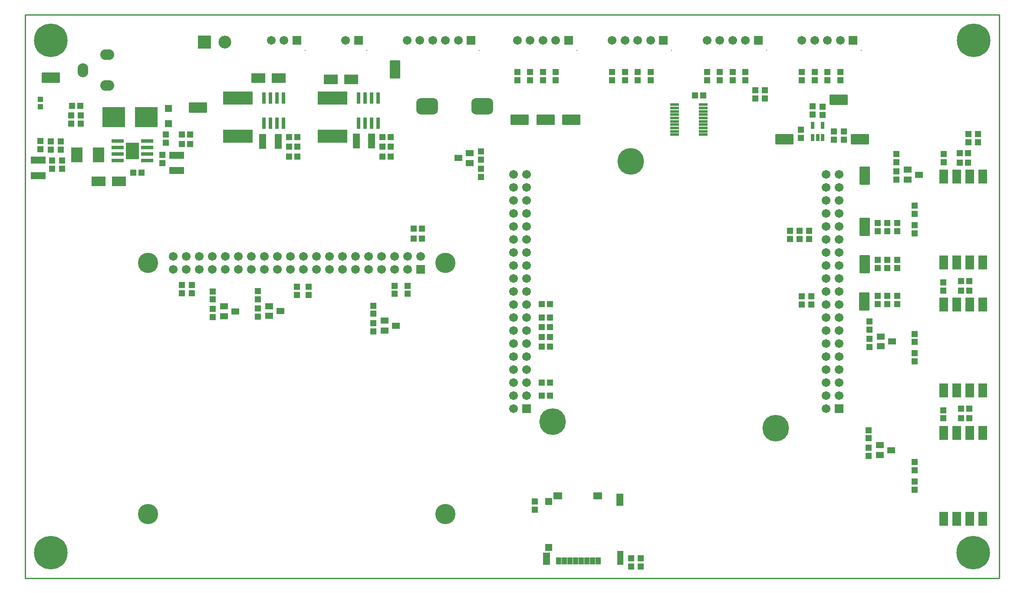
<source format=gts>
G04*
G04 #@! TF.GenerationSoftware,Altium Limited,Altium Designer,18.1.11 (251)*
G04*
G04 Layer_Color=8388736*
%FSLAX25Y25*%
%MOIN*%
G70*
G01*
G75*
%ADD11C,0.01000*%
G04:AMPARAMS|DCode=46|XSize=143.04mil|YSize=78.08mil|CornerRadius=7.5mil|HoleSize=0mil|Usage=FLASHONLY|Rotation=0.000|XOffset=0mil|YOffset=0mil|HoleType=Round|Shape=RoundedRectangle|*
%AMROUNDEDRECTD46*
21,1,0.14304,0.06307,0,0,0.0*
21,1,0.12803,0.07808,0,0,0.0*
1,1,0.01501,0.06402,-0.03154*
1,1,0.01501,-0.06402,-0.03154*
1,1,0.01501,-0.06402,0.03154*
1,1,0.01501,0.06402,0.03154*
%
%ADD46ROUNDEDRECTD46*%
%ADD47R,0.03950X0.03950*%
%ADD48R,0.04737X0.04540*%
%ADD49R,0.11430X0.05328*%
%ADD50R,0.04540X0.04737*%
%ADD51R,0.10642X0.07493*%
%ADD52R,0.05524X0.05524*%
%ADD53R,0.17493X0.15800*%
%ADD54R,0.09461X0.02769*%
%ADD55R,0.10249X0.13005*%
%ADD56R,0.05328X0.09461*%
%ADD57R,0.03950X0.05682*%
%ADD58R,0.05367X0.05721*%
%ADD59R,0.05367X0.05524*%
%ADD60R,0.06706X0.05328*%
%ADD61R,0.04540X0.10642*%
%ADD62R,0.03162X0.05524*%
G04:AMPARAMS|DCode=63|XSize=165.48mil|YSize=126.11mil|CornerRadius=33.53mil|HoleSize=0mil|Usage=FLASHONLY|Rotation=180.000|XOffset=0mil|YOffset=0mil|HoleType=Round|Shape=RoundedRectangle|*
%AMROUNDEDRECTD63*
21,1,0.16548,0.05906,0,0,180.0*
21,1,0.09843,0.12611,0,0,180.0*
1,1,0.06706,-0.04921,0.02953*
1,1,0.06706,0.04921,0.02953*
1,1,0.06706,0.04921,-0.02953*
1,1,0.06706,-0.04921,-0.02953*
%
%ADD63ROUNDEDRECTD63*%
%ADD64R,0.06312X0.04737*%
%ADD65R,0.07099X0.01981*%
G04:AMPARAMS|DCode=66|XSize=143.04mil|YSize=78.08mil|CornerRadius=7.5mil|HoleSize=0mil|Usage=FLASHONLY|Rotation=90.000|XOffset=0mil|YOffset=0mil|HoleType=Round|Shape=RoundedRectangle|*
%AMROUNDEDRECTD66*
21,1,0.14304,0.06307,0,0,90.0*
21,1,0.12803,0.07808,0,0,90.0*
1,1,0.01501,0.03154,0.06402*
1,1,0.01501,0.03154,-0.06402*
1,1,0.01501,-0.03154,-0.06402*
1,1,0.01501,-0.03154,0.06402*
%
%ADD66ROUNDEDRECTD66*%
%ADD67R,0.05328X0.11430*%
%ADD68R,0.22847X0.09855*%
%ADD69R,0.06863X0.10800*%
%ADD70R,0.03000X0.08600*%
%ADD71R,0.08674X0.11824*%
%ADD72C,0.06706*%
%ADD73R,0.06706X0.06706*%
%ADD74C,0.20485*%
%ADD75R,0.06706X0.06706*%
%ADD76C,0.15564*%
%ADD77R,0.00800X0.00800*%
%ADD78R,0.09855X0.09855*%
%ADD79C,0.09855*%
%ADD80O,0.10642X0.08280*%
%ADD81O,0.08280X0.10642*%
%ADD82C,0.25800*%
%ADD83C,0.03000*%
D11*
X0Y0D02*
X748032D01*
X0D02*
Y433071D01*
X748032D01*
X748032Y0D01*
D46*
X19685Y384646D02*
D03*
X132677Y361515D02*
D03*
X640945Y337402D02*
D03*
X583071Y337402D02*
D03*
X419291Y352362D02*
D03*
X399606D02*
D03*
X379921D02*
D03*
X624803Y367717D02*
D03*
D47*
X11812Y362205D02*
D03*
X11811Y368111D02*
D03*
D48*
Y335827D02*
D03*
X11812Y329527D02*
D03*
X28346Y320866D02*
D03*
X28347Y314567D02*
D03*
X20866Y320866D02*
D03*
X20867Y314567D02*
D03*
X42913Y355610D02*
D03*
X42914Y349311D02*
D03*
X35433Y355610D02*
D03*
X35434Y349311D02*
D03*
X27460Y335531D02*
D03*
X27460Y329232D02*
D03*
X19685Y329232D02*
D03*
X19684Y335532D02*
D03*
X105512Y325197D02*
D03*
X105512Y318897D02*
D03*
X560630Y375000D02*
D03*
X560630Y368701D02*
D03*
X568110Y375000D02*
D03*
X568111Y368701D02*
D03*
X391339Y59055D02*
D03*
X391339Y52756D02*
D03*
X217717Y224016D02*
D03*
X217717Y217716D02*
D03*
X208661Y217717D02*
D03*
X208661Y224016D02*
D03*
X127953Y225197D02*
D03*
X127953Y218897D02*
D03*
X120472Y218898D02*
D03*
X120472Y225197D02*
D03*
X596457Y389008D02*
D03*
X596457Y382708D02*
D03*
X523622Y388976D02*
D03*
X523623Y382677D02*
D03*
X450787Y388976D02*
D03*
X450788Y382677D02*
D03*
X377953Y388976D02*
D03*
X377953Y382677D02*
D03*
X683071Y89370D02*
D03*
X683072Y83070D02*
D03*
X683071Y68110D02*
D03*
X683070Y74410D02*
D03*
X683071Y187795D02*
D03*
X683072Y181496D02*
D03*
X683071Y166535D02*
D03*
X683070Y172835D02*
D03*
X683071Y264961D02*
D03*
X683070Y271260D02*
D03*
X683071Y286221D02*
D03*
X683072Y279921D02*
D03*
X604724Y356299D02*
D03*
X604724Y362599D02*
D03*
X595669Y338189D02*
D03*
X595669Y344489D02*
D03*
X612598Y355906D02*
D03*
X612598Y362205D02*
D03*
X628740Y343307D02*
D03*
X628740Y337008D02*
D03*
X621260Y337008D02*
D03*
X621259Y343307D02*
D03*
X472835Y9055D02*
D03*
X472834Y15355D02*
D03*
X465354Y9055D02*
D03*
X465354Y15355D02*
D03*
X603938Y210236D02*
D03*
X603937Y216535D02*
D03*
X596457Y210236D02*
D03*
X596456Y216536D02*
D03*
X350000Y314567D02*
D03*
X350001Y308267D02*
D03*
X350000Y327953D02*
D03*
X350001Y321653D02*
D03*
X533465Y388976D02*
D03*
X533465Y382677D02*
D03*
X543307Y388976D02*
D03*
X543308Y382677D02*
D03*
X553150Y388976D02*
D03*
X553150Y382677D02*
D03*
X470472Y388976D02*
D03*
X470473Y382677D02*
D03*
X460630Y388976D02*
D03*
X460631Y382677D02*
D03*
X480315Y388976D02*
D03*
X480316Y382677D02*
D03*
X625984Y389008D02*
D03*
X625985Y382708D02*
D03*
X616142Y389008D02*
D03*
X616142Y382708D02*
D03*
X606299Y388976D02*
D03*
X606300Y382677D02*
D03*
X397638Y388976D02*
D03*
X397638Y382677D02*
D03*
X407480Y388976D02*
D03*
X407481Y382677D02*
D03*
X387795Y388976D02*
D03*
X387796Y382677D02*
D03*
X178740Y220598D02*
D03*
X178741Y214299D02*
D03*
X178740Y200913D02*
D03*
X178740Y207213D02*
D03*
X647638Y113779D02*
D03*
X647638Y107480D02*
D03*
X647638Y94095D02*
D03*
X647637Y100394D02*
D03*
X144095Y220472D02*
D03*
X144095Y214173D02*
D03*
X283858Y224803D02*
D03*
X283858Y218504D02*
D03*
X293661Y224803D02*
D03*
X293661Y218504D02*
D03*
X267323Y209449D02*
D03*
X267323Y203149D02*
D03*
X267323Y189764D02*
D03*
X267322Y196063D02*
D03*
X648425Y197244D02*
D03*
X648426Y190945D02*
D03*
X648425Y177559D02*
D03*
X648425Y183859D02*
D03*
X144095Y200787D02*
D03*
X144094Y207087D02*
D03*
X669165Y306299D02*
D03*
X669165Y312599D02*
D03*
X669165Y325984D02*
D03*
X669166Y319685D02*
D03*
X662205Y210630D02*
D03*
X662204Y216929D02*
D03*
X662205Y238189D02*
D03*
X662204Y244489D02*
D03*
X662205Y266535D02*
D03*
X662204Y272835D02*
D03*
X724409Y341339D02*
D03*
X724410Y335039D02*
D03*
X731890Y341339D02*
D03*
X731890Y335039D02*
D03*
X654724Y210630D02*
D03*
X654724Y216929D02*
D03*
X654724Y238189D02*
D03*
X654724Y244489D02*
D03*
X654724Y266535D02*
D03*
X654724Y272835D02*
D03*
X601968Y266929D02*
D03*
X601969Y260629D02*
D03*
X594882Y260630D02*
D03*
X594881Y266929D02*
D03*
X587440Y266929D02*
D03*
X587441Y260629D02*
D03*
X669685Y266535D02*
D03*
X669684Y272835D02*
D03*
X705512Y325984D02*
D03*
X705512Y319685D02*
D03*
X705118Y227165D02*
D03*
X705119Y220866D02*
D03*
X669685Y238272D02*
D03*
X669684Y244571D02*
D03*
X669685Y210630D02*
D03*
X669684Y216929D02*
D03*
X705118Y129134D02*
D03*
X705119Y122834D02*
D03*
X108268Y340945D02*
D03*
X108268Y334645D02*
D03*
D49*
X10236Y309449D02*
D03*
Y321260D02*
D03*
X116535Y313169D02*
D03*
Y324980D02*
D03*
D50*
X42520Y363090D02*
D03*
X36220Y363090D02*
D03*
X89370Y311811D02*
D03*
X83070Y311810D02*
D03*
X126772Y341122D02*
D03*
X120472Y341122D02*
D03*
X126772Y333504D02*
D03*
X120472Y333503D02*
D03*
X403150Y177953D02*
D03*
X396850Y177952D02*
D03*
X403150Y185433D02*
D03*
X396850Y185432D02*
D03*
X403150Y192913D02*
D03*
X396850Y192913D02*
D03*
X396850Y200472D02*
D03*
X403150Y200473D02*
D03*
X520866Y370866D02*
D03*
X514567Y370866D02*
D03*
X396850Y140157D02*
D03*
X403150Y140158D02*
D03*
X396850Y210630D02*
D03*
X403150Y210631D02*
D03*
X396850Y150394D02*
D03*
X403150Y150394D02*
D03*
X202756Y331496D02*
D03*
X209055Y331497D02*
D03*
X202795Y338977D02*
D03*
X209095Y338978D02*
D03*
X202756Y324016D02*
D03*
X209055Y324016D02*
D03*
X274409Y324016D02*
D03*
X280709Y324016D02*
D03*
X274409Y331496D02*
D03*
X280709Y331497D02*
D03*
X274409Y338976D02*
D03*
X280709Y338977D02*
D03*
X298425Y268504D02*
D03*
X304725Y268505D02*
D03*
X298425Y261024D02*
D03*
X304725Y261024D02*
D03*
X725197Y130315D02*
D03*
X718897Y130314D02*
D03*
X725197Y122835D02*
D03*
X718897Y122834D02*
D03*
X724016Y326772D02*
D03*
X717716Y326771D02*
D03*
X724016Y319291D02*
D03*
X717716Y319291D02*
D03*
X725197Y220866D02*
D03*
X718897Y220866D02*
D03*
X725197Y228346D02*
D03*
X718897Y228346D02*
D03*
D51*
X72047Y305118D02*
D03*
X56299D02*
D03*
X234646Y383465D02*
D03*
X250394D02*
D03*
X179134Y384252D02*
D03*
X194882D02*
D03*
D52*
X110236Y360827D02*
D03*
Y349410D02*
D03*
D53*
X93258Y354429D02*
D03*
X68160D02*
D03*
D54*
X93901Y335846D02*
D03*
Y330847D02*
D03*
Y325847D02*
D03*
Y320847D02*
D03*
X71263Y330847D02*
D03*
Y335846D02*
D03*
Y325847D02*
D03*
Y320847D02*
D03*
D55*
X82582Y328346D02*
D03*
D56*
X400433Y15039D02*
D03*
X456693Y60236D02*
D03*
D57*
X409665Y13150D02*
D03*
X413996D02*
D03*
X418327D02*
D03*
X431319D02*
D03*
X435650D02*
D03*
X422657D02*
D03*
X426988D02*
D03*
X439980D02*
D03*
D58*
X402028Y23504D02*
D03*
D59*
Y58937D02*
D03*
D60*
X409114Y63366D02*
D03*
X439744D02*
D03*
D61*
X457087Y15630D02*
D03*
D62*
X612402Y348031D02*
D03*
X608661Y338583D02*
D03*
X604921D02*
D03*
X612402D02*
D03*
X604921Y348031D02*
D03*
D63*
X351181Y362598D02*
D03*
X308661D02*
D03*
D64*
X332678Y322835D02*
D03*
X341340Y319094D02*
D03*
Y326575D02*
D03*
X665748Y181890D02*
D03*
X657087Y185630D02*
D03*
Y178150D02*
D03*
X161417Y205118D02*
D03*
X152756Y208858D02*
D03*
Y201378D02*
D03*
X686287Y310108D02*
D03*
X677625Y313848D02*
D03*
Y306368D02*
D03*
X664961Y98425D02*
D03*
X656299Y94685D02*
D03*
Y102165D02*
D03*
X196063Y205244D02*
D03*
X187402Y201504D02*
D03*
Y208984D02*
D03*
X284646Y194095D02*
D03*
X275984Y190354D02*
D03*
Y197835D02*
D03*
D65*
X520866Y361319D02*
D03*
Y358760D02*
D03*
Y363878D02*
D03*
Y353642D02*
D03*
Y356201D02*
D03*
Y351083D02*
D03*
Y345965D02*
D03*
Y348524D02*
D03*
Y343406D02*
D03*
Y340846D02*
D03*
X498819Y363878D02*
D03*
Y361319D02*
D03*
Y351083D02*
D03*
Y358760D02*
D03*
Y356201D02*
D03*
Y348524D02*
D03*
Y353642D02*
D03*
Y343406D02*
D03*
Y340846D02*
D03*
Y345965D02*
D03*
D66*
X284252Y390945D02*
D03*
X644488Y212598D02*
D03*
X644882Y309449D02*
D03*
Y241339D02*
D03*
Y270079D02*
D03*
D67*
X266142Y335827D02*
D03*
X254331D02*
D03*
X194350Y335689D02*
D03*
X182539D02*
D03*
D68*
X236181Y368898D02*
D03*
Y339764D02*
D03*
X163386Y368898D02*
D03*
Y339764D02*
D03*
D69*
X735472Y111732D02*
D03*
X725472D02*
D03*
X715472D02*
D03*
X705472D02*
D03*
Y45748D02*
D03*
X715472D02*
D03*
X725472D02*
D03*
X735472D02*
D03*
Y210157D02*
D03*
X725472D02*
D03*
X715472D02*
D03*
X705472D02*
D03*
Y144173D02*
D03*
X715472D02*
D03*
X725472D02*
D03*
X735472D02*
D03*
X735471Y308583D02*
D03*
X725471D02*
D03*
X715471D02*
D03*
X705471D02*
D03*
Y242598D02*
D03*
X715471D02*
D03*
X725471D02*
D03*
X735471D02*
D03*
D70*
X256142Y349705D02*
D03*
X261142D02*
D03*
X266142D02*
D03*
X271142D02*
D03*
Y369105D02*
D03*
X266142D02*
D03*
X261142D02*
D03*
X256142D02*
D03*
X183445Y349532D02*
D03*
X188445D02*
D03*
X193445D02*
D03*
X198445D02*
D03*
Y368932D02*
D03*
X193445D02*
D03*
X188445D02*
D03*
X183445D02*
D03*
D71*
X56300Y325197D02*
D03*
X39764Y325197D02*
D03*
D72*
X293661Y247209D02*
D03*
X303661D02*
D03*
X253661D02*
D03*
X273661D02*
D03*
X283661D02*
D03*
X263661D02*
D03*
X243661D02*
D03*
X233661D02*
D03*
X223661D02*
D03*
X213661D02*
D03*
X273661Y237209D02*
D03*
X293661D02*
D03*
X283661D02*
D03*
X263661D02*
D03*
X213661D02*
D03*
X223661D02*
D03*
X203661D02*
D03*
X243661D02*
D03*
X253661D02*
D03*
X233661D02*
D03*
X193661Y247209D02*
D03*
X203661D02*
D03*
X183661D02*
D03*
X163661D02*
D03*
X173661D02*
D03*
X153661D02*
D03*
X123661D02*
D03*
X133661D02*
D03*
X113661D02*
D03*
X143661D02*
D03*
X163661Y237209D02*
D03*
X193661D02*
D03*
X183661D02*
D03*
X173661D02*
D03*
X143661D02*
D03*
X153661D02*
D03*
X123661D02*
D03*
X133661D02*
D03*
X113661D02*
D03*
X375000Y310472D02*
D03*
X385000D02*
D03*
X375000Y300472D02*
D03*
X385000D02*
D03*
X375000Y290472D02*
D03*
X385000D02*
D03*
X375000Y280472D02*
D03*
X385000D02*
D03*
X375000Y270472D02*
D03*
X385000D02*
D03*
X375000Y260472D02*
D03*
X385000D02*
D03*
X375000Y250472D02*
D03*
X385000D02*
D03*
X375000Y240472D02*
D03*
X385000D02*
D03*
X375000Y230472D02*
D03*
X385000D02*
D03*
X375000Y220472D02*
D03*
X385000D02*
D03*
X375000Y210472D02*
D03*
X385000D02*
D03*
X375000Y200472D02*
D03*
X385000D02*
D03*
X375000Y190472D02*
D03*
X385000D02*
D03*
X375000Y180472D02*
D03*
X385000D02*
D03*
X375000Y170472D02*
D03*
X385000D02*
D03*
X375000Y160472D02*
D03*
X385000D02*
D03*
X375000Y150472D02*
D03*
X385000D02*
D03*
X375000Y140472D02*
D03*
X385000D02*
D03*
X375000Y130472D02*
D03*
X615000Y310472D02*
D03*
X625000D02*
D03*
X615000Y300472D02*
D03*
X625000D02*
D03*
X615000Y290472D02*
D03*
X625000D02*
D03*
X615000Y280472D02*
D03*
X625000D02*
D03*
X615000Y270472D02*
D03*
X625000D02*
D03*
X615000Y260472D02*
D03*
X625000D02*
D03*
X615000Y250472D02*
D03*
X625000D02*
D03*
X615000Y240472D02*
D03*
X625000D02*
D03*
X615000Y230472D02*
D03*
X625000D02*
D03*
X615000Y220472D02*
D03*
X625000D02*
D03*
X615000Y210472D02*
D03*
X625000D02*
D03*
X615000Y200472D02*
D03*
X625000D02*
D03*
X615000Y190472D02*
D03*
X625000D02*
D03*
X615000Y180472D02*
D03*
X625000D02*
D03*
X615000Y170472D02*
D03*
X625000D02*
D03*
X615000Y160472D02*
D03*
X625000D02*
D03*
X615000Y150472D02*
D03*
X625000D02*
D03*
X615000Y140472D02*
D03*
X625000D02*
D03*
X615000Y130472D02*
D03*
X198819Y413386D02*
D03*
X188976D02*
D03*
X450787D02*
D03*
X460630D02*
D03*
X470472D02*
D03*
X480315D02*
D03*
X523622Y413386D02*
D03*
X533465D02*
D03*
X543307D02*
D03*
X553150D02*
D03*
X596457Y413386D02*
D03*
X606299D02*
D03*
X616142D02*
D03*
X625984D02*
D03*
X377953D02*
D03*
X387795D02*
D03*
X397638D02*
D03*
X407480D02*
D03*
X293307D02*
D03*
X303150D02*
D03*
X332677D02*
D03*
X322835D02*
D03*
X312992D02*
D03*
X246181D02*
D03*
D73*
X303661Y237209D02*
D03*
D74*
X465000Y320472D02*
D03*
X576500Y115472D02*
D03*
X405000Y120472D02*
D03*
D75*
X385000Y130472D02*
D03*
X625000D02*
D03*
X208661Y413386D02*
D03*
X490158D02*
D03*
X562992Y413386D02*
D03*
X635827Y413386D02*
D03*
X417323D02*
D03*
X342520D02*
D03*
X256024D02*
D03*
D76*
X322835Y242209D02*
D03*
Y49295D02*
D03*
X94488Y242209D02*
D03*
Y49295D02*
D03*
D77*
X214961Y405512D02*
D03*
X496457D02*
D03*
X569291Y405512D02*
D03*
X642126Y405512D02*
D03*
X423622D02*
D03*
X348819D02*
D03*
X262323D02*
D03*
D78*
X137795Y412126D02*
D03*
D79*
X153386D02*
D03*
D80*
X62992Y402283D02*
D03*
Y378661D02*
D03*
D81*
X44488Y390472D02*
D03*
D82*
X727953Y19685D02*
D03*
X728346Y413386D02*
D03*
X19685Y19685D02*
D03*
Y413386D02*
D03*
D83*
X85338Y332283D02*
D03*
Y328346D02*
D03*
X80220D02*
D03*
Y332283D02*
D03*
X85338Y324409D02*
D03*
X80220D02*
D03*
M02*

</source>
